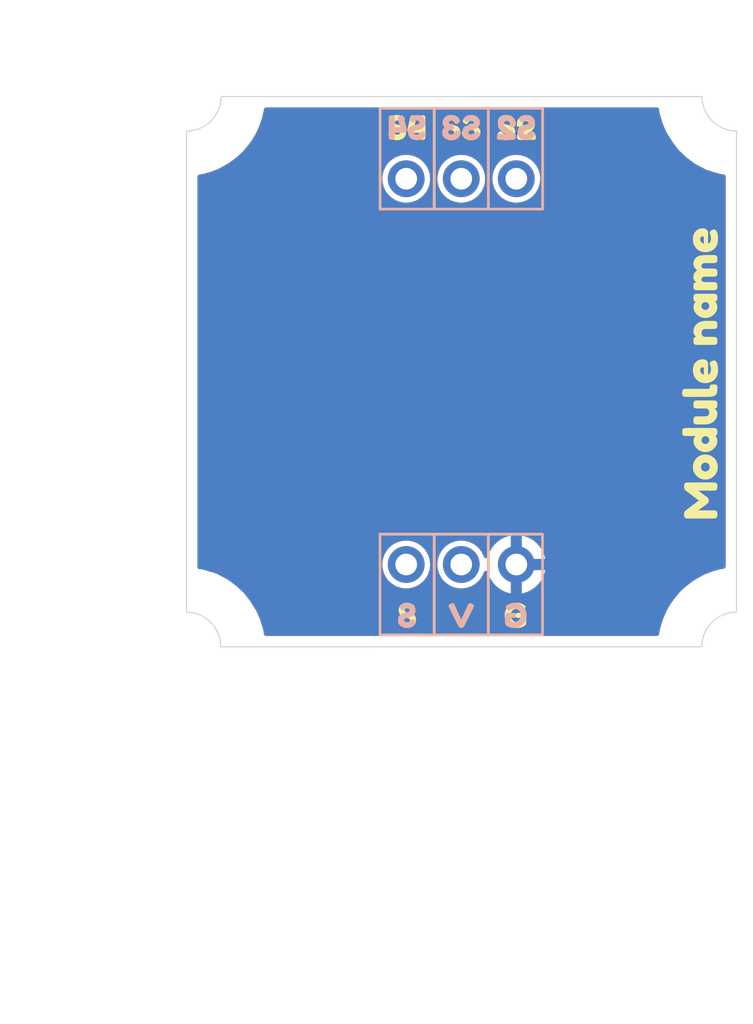
<source format=kicad_pcb>
(kicad_pcb (version 20241229) (generator "pcbnew") (generator_version "9.0")
  (title_block (title "PRODUCT NAME"))
  (layers (0 "F.Cu" signal) (2 "B.Cu" signal) (13 "F.Paste" user) (15 "B.Paste" user) (5 "F.SilkS" user "F.Silkscreen") (7 "B.SilkS" user "B.Silkscreen") (1 "F.Mask" user) (3 "B.Mask" user) (25 "Edge.Cuts" user))
  (net 0 "")
  (net 1 "GND")
  (net 2 "V")
  (net 3 "S2")
  (net 4 "S1")
  (net 5 "S4")
  (net 6 "S3")
  (footprint "Connector_PinHeader_2.54mm:PinHeader_1x03_P2.54mm_Vertical" (layer "B.Cu") (at 86.8342 36.8284 -90)
    (property "Reference" "J1" (hide yes))
    (property "Value" "UP (A)")
    (pad "1" thru_hole oval (at 0 0 270) (size 1.7 1.7) (drill 1) (layers "*.Cu" "*.Mask") (net 5 "S4"))
    (pad "2" thru_hole oval (at 0 -2.54 270) (size 1.7 1.7) (drill 1) (layers "*.Cu" "*.Mask") (net 6 "S3"))
    (pad "3" thru_hole oval (at 0 -5.08 270) (size 1.7 1.7) (drill 1) (layers "*.Cu" "*.Mask") (net 3 "S2"))
  )
  (footprint "Connector_PinHeader_2.54mm:PinHeader_1x03_P2.54mm_Vertical" (layer "B.Cu") (at 86.8342 54.6284 -90)
    (property "Reference" "J2" (hide yes))
    (property "Value" "DOWN (A)")
    (pad "1" thru_hole oval (at 0 0 270) (size 1.7 1.7) (drill 1) (layers "*.Cu" "*.Mask") (net 4 "S1"))
    (pad "2" thru_hole oval (at 0 -2.54 270) (size 1.7 1.7) (drill 1) (layers "*.Cu" "*.Mask") (net 2 "V"))
    (pad "3" thru_hole oval (at 0 -5.08 270) (size 1.7 1.7) (drill 1) (layers "*.Cu" "*.Mask") (net 1 "GND"))
  )
  (gr_rect (start 88.1292 33.5784) (end 90.6292 38.2284) (stroke (width 0.12)) (fill no) (layer "F.SilkS"))
  (gr_rect (start 85.6242 53.2284) (end 88.1242 57.8784) (stroke (width 0.12)) (fill no) (layer "F.SilkS"))
  (gr_rect (start 90.6292 33.5784) (end 93.1292 38.2284) (stroke (width 0.12)) (fill no) (layer "F.SilkS"))
  (gr_rect (start 85.6292 33.5784) (end 88.1292 38.2284) (stroke (width 0.12)) (fill no) (layer "F.SilkS"))
  (gr_rect (start 88.1242 53.2284) (end 90.6242 57.8784) (stroke (width 0.12)) (fill no) (layer "F.SilkS"))
  (gr_rect (start 90.6242 53.2284) (end 93.1242 57.8784) (stroke (width 0.12)) (fill no) (layer "F.SilkS"))
  (gr_rect (start 88.1242 53.2284) (end 90.6242 57.8784) (stroke (width 0.12)) (fill no) (layer "B.SilkS"))
  (gr_rect (start 85.6242 33.5784) (end 88.1242 38.2284) (stroke (width 0.12)) (fill no) (layer "B.SilkS"))
  (gr_rect (start 85.6242 53.2284) (end 88.1242 57.8784) (stroke (width 0.12)) (fill no) (layer "B.SilkS"))
  (gr_rect (start 90.6242 33.5784) (end 93.1242 38.2284) (stroke (width 0.12)) (fill no) (layer "B.SilkS"))
  (gr_rect (start 88.1242 33.5784) (end 90.6242 38.2284) (stroke (width 0.12)) (fill no) (layer "B.SilkS"))
  (gr_rect (start 90.6242 53.2284) (end 93.1242 57.8784) (stroke (width 0.12)) (fill no) (layer "B.SilkS"))
  (gr_line (start 102.0754 34.6286) (end 102.0754 56.8234) (stroke (width 0.05)) (layer "Edge.Cuts"))
  (gr_line (start 76.6992 34.6284) (end 76.6992 56.829712) (stroke (width 0.05)) (layer "Edge.Cuts"))
  (gr_line (start 78.2742 58.4234) (end 100.4752 58.4236) (stroke (width 0.05)) (layer "Edge.Cuts"))
  (gr_arc (start 100.4752 58.4236) (mid 100.943888 57.292088) (end 102.0754 56.8234) (stroke (width 0.05)) (layer "Edge.Cuts"))
  (gr_arc (start 78.292888 33.034712) (mid 77.824209 34.159717) (end 76.6992 34.6284) (stroke (width 0.05)) (layer "Edge.Cuts"))
  (gr_arc (start 102.0754 34.6286) (mid 100.950383 34.159926) (end 100.481712 33.034912) (stroke (width 0.05)) (layer "Edge.Cuts"))
  (gr_line (start 100.481712 33.034912) (end 78.292888 33.034712) (stroke (width 0.05)) (layer "Edge.Cuts"))
  (gr_arc (start 76.6992 56.829712) (mid 77.817618 57.299535) (end 78.2742 58.4234) (stroke (width 0.05)) (layer "Edge.Cuts"))
  (gr_text "S3" (at 89.3792 34.5784 0) (layer "F.SilkS") (effects (font (size 1.1 1.1) (thickness 0.275) (bold yes))))
  (gr_text "Module name" (at 100.5742 45.8284 90) (layer "F.SilkS") (effects (font (size 1.5 1.5) (thickness 0.3) (bold yes))))
  (gr_text "" (at 69.2742 75.4784 180) (layer "F.SilkS") (effects (font (size 1.27 1.27) (thickness 0.2))))
  (gr_text "S" (at 86.8742 57.0884 0) (layer "F.SilkS") (effects (font (size 1.1 1.1) (thickness 0.275) (bold yes))))
  (gr_text "V" (at 89.3742 57.0984 0) (layer "F.SilkS") (effects (font (size 1.1 1.1) (thickness 0.275) (bold yes))))
  (gr_text "G" (at 91.8842 57.0884 0) (layer "F.SilkS") (effects (font (size 1.1 1.1) (thickness 0.275) (bold yes))))
  (gr_text "S2" (at 91.9192 34.5784 0) (layer "F.SilkS") (effects (font (size 1.1 1.1) (thickness 0.275) (bold yes))))
  (gr_text "S4" (at 86.8742 34.5784 0) (layer "F.SilkS") (effects (font (size 1.1 1.1) (thickness 0.275) (bold yes))))
  (gr_text "G" (at 91.8842 57.0884 -0) (layer "B.SilkS") (effects (font (size 1.1 1.1) (thickness 0.275) (bold yes)) (justify mirror)))
  (gr_text "S3" (at 89.3742 34.5784 -0) (layer "B.SilkS") (effects (font (size 1.1 1.1) (thickness 0.275) (bold yes)) (justify mirror)))
  (gr_text "S4" (at 86.8742 34.5784 -0) (layer "B.SilkS") (effects (font (size 1.1 1.1) (thickness 0.275) (bold yes)) (justify mirror)))
  (gr_text "S" (at 86.8742 57.0884 -0) (layer "B.SilkS") (effects (font (size 1.1 1.1) (thickness 0.275) (bold yes)) (justify mirror)))
  (gr_text "S2" (at 91.9142 34.5784 -0) (layer "B.SilkS") (effects (font (size 1.1 1.1) (thickness 0.275) (bold yes)) (justify mirror)))
  (gr_text "V" (at 89.3742 57.0984 -0) (layer "B.SilkS") (effects (font (size 1.1 1.1) (thickness 0.275) (bold yes)) (justify mirror)))
  (zone (net 0) (net_name "") (layers "F.Cu" "B.Cu") (connect_pads (clearance 0)) (min_thickness 0.254)
    (keepout (tracks not_allowed) (vias not_allowed) (pads allowed) (copperpour not_allowed) (footprints allowed))
    (fill (thermal_gap 0.508) (thermal_bridge_width 0.508))
    (polygon (pts (xy 76.6696 54.7654) (xy 76.9744 54.7908) (xy 77.4824 54.867) (xy 78.0666 55.0448) (xy 78.6 55.3242) (xy 78.981 55.6036) (xy 79.3366 55.9338) (xy 79.616 56.2894) (xy 79.9208 56.772) (xy 80.0986 57.1784) (xy 80.251 57.6864) (xy 80.3018 58.169) (xy 80.3272 58.4484) (xy 76.6696 58.4484)))
  )
  (zone (net 0) (net_name "") (layers "F.Cu" "B.Cu") (connect_pads (clearance 0)) (min_thickness 0.254)
    (keepout (tracks not_allowed) (vias not_allowed) (pads allowed) (copperpour not_allowed) (footprints allowed))
    (fill (thermal_gap 0.508) (thermal_bridge_width 0.508))
    (polygon (pts (xy 102.1004 58.437) (xy 98.4428 58.437) (xy 98.4682 58.056) (xy 98.519 57.7258) (xy 98.5952 57.421) (xy 98.6968 57.1162) (xy 98.8492 56.7606) (xy 99.027 56.4558) (xy 99.2302 56.1764) (xy 99.4842 55.8716) (xy 99.7382 55.643) (xy 100.0684 55.389) (xy 100.3224 55.2366) (xy 100.6018 55.0842) (xy 100.932 54.9572) (xy 101.2876 54.8556) (xy 101.7194 54.7794) (xy 102.1004 54.754)))
  )
  (zone (net 0) (net_name "") (layers "F.Cu" "B.Cu") (connect_pads (clearance 0)) (min_thickness 0.254)
    (keepout (tracks not_allowed) (vias not_allowed) (pads allowed) (copperpour not_allowed) (footprints allowed))
    (fill (thermal_gap 0.508) (thermal_bridge_width 0.508))
    (polygon (pts (xy 76.6728 33.020287) (xy 80.3304 33.020287) (xy 80.305 33.401287) (xy 80.2542 33.731487) (xy 80.178 34.036287) (xy 80.0764 34.341087) (xy 79.924 34.696687) (xy 79.7462 35.001487) (xy 79.543 35.280887) (xy 79.289 35.585687) (xy 79.035 35.814287) (xy 78.7048 36.068287) (xy 78.4508 36.220687) (xy 78.1714 36.373087) (xy 77.8412 36.500087) (xy 77.4856 36.601687) (xy 77.0538 36.677887) (xy 76.6728 36.703287)))
  )
  (zone (net 0) (net_name "") (layers "F.Cu" "B.Cu") (connect_pads (clearance 0)) (min_thickness 0.254)
    (keepout (tracks not_allowed) (vias not_allowed) (pads allowed) (copperpour not_allowed) (footprints allowed))
    (fill (thermal_gap 0.508) (thermal_bridge_width 0.508))
    (polygon (pts (xy 102.1004 36.704512) (xy 101.7956 36.679112) (xy 101.2876 36.602912) (xy 100.7034 36.425112) (xy 100.17 36.145712) (xy 99.789 35.866312) (xy 99.4334 35.536112) (xy 99.154 35.180512) (xy 98.8492 34.697912) (xy 98.6714 34.291512) (xy 98.519 33.783512) (xy 98.4682 33.300912) (xy 98.4428 33.021512) (xy 102.1004 33.021512)))
  )
  (zone (net 1) (net_name "GND") (layers "F.Cu" "B.Cu") (connect_pads (clearance 0)) (min_thickness 0.2) (fill yes (thermal_gap 0.508) (thermal_bridge_width 0.508) (smoothing fillet) (radius 0.5))
    (polygon (pts (xy 102.8542 58.9784) (xy 75.9542 58.9784) (xy 75.9542 32.3784) (xy 102.8542 32.3784)))
  )
)
</source>
